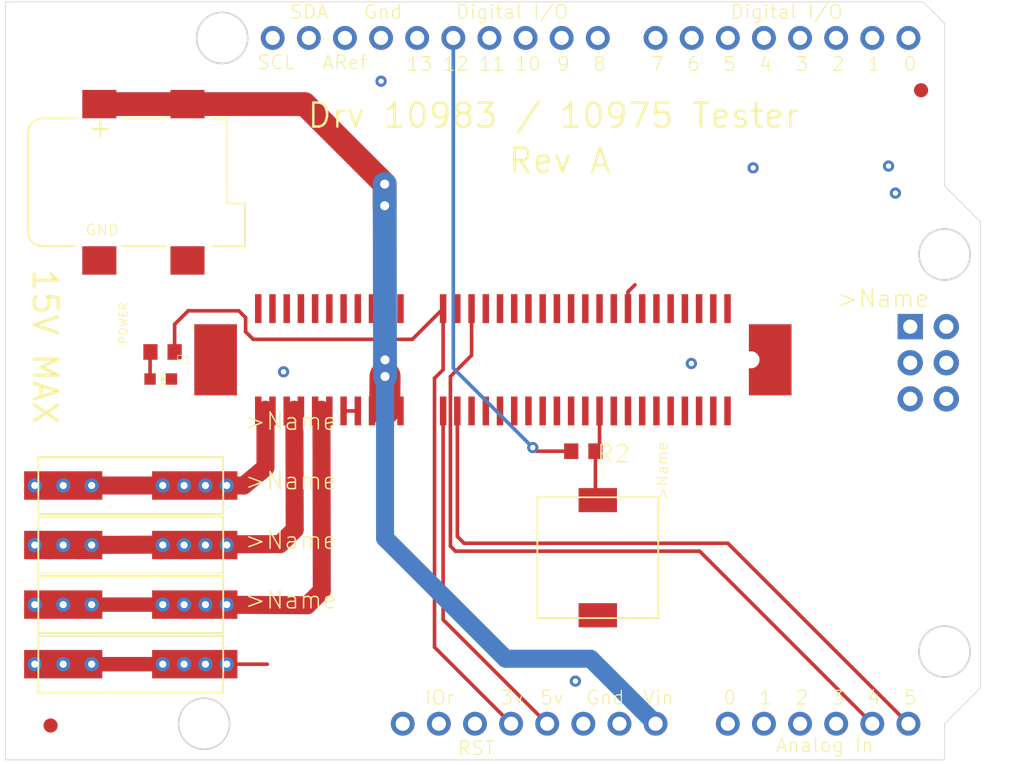
<source format=kicad_pcb>
(kicad_pcb (version 20171130) (host pcbnew "(5.1.10)-1")

  (general
    (thickness 1.6)
    (drawings 3)
    (tracks 84)
    (zones 0)
    (modules 13)
    (nets 19)
  )

  (page A4)
  (layers
    (0 Top signal)
    (31 Bottom signal)
    (32 B.Adhes user)
    (33 F.Adhes user)
    (34 B.Paste user)
    (35 F.Paste user)
    (36 B.SilkS user)
    (37 F.SilkS user)
    (38 B.Mask user)
    (39 F.Mask user)
    (40 Dwgs.User user)
    (41 Cmts.User user)
    (42 Eco1.User user)
    (43 Eco2.User user)
    (44 Edge.Cuts user)
    (45 Margin user)
    (46 B.CrtYd user)
    (47 F.CrtYd user)
    (48 B.Fab user)
    (49 F.Fab user)
  )

  (setup
    (last_trace_width 0.25)
    (trace_clearance 0.2)
    (zone_clearance 0.508)
    (zone_45_only no)
    (trace_min 0.2)
    (via_size 0.8)
    (via_drill 0.4)
    (via_min_size 0.4)
    (via_min_drill 0.3)
    (uvia_size 0.3)
    (uvia_drill 0.1)
    (uvias_allowed no)
    (uvia_min_size 0.2)
    (uvia_min_drill 0.1)
    (edge_width 0.05)
    (segment_width 0.2)
    (pcb_text_width 0.3)
    (pcb_text_size 1.5 1.5)
    (mod_edge_width 0.12)
    (mod_text_size 1 1)
    (mod_text_width 0.15)
    (pad_size 1.524 1.524)
    (pad_drill 0.762)
    (pad_to_mask_clearance 0)
    (aux_axis_origin 0 0)
    (visible_elements FFFFFF7F)
    (pcbplotparams
      (layerselection 0x010fc_ffffffff)
      (usegerberextensions false)
      (usegerberattributes true)
      (usegerberadvancedattributes true)
      (creategerberjobfile true)
      (excludeedgelayer true)
      (linewidth 0.100000)
      (plotframeref false)
      (viasonmask false)
      (mode 1)
      (useauxorigin false)
      (hpglpennumber 1)
      (hpglpenspeed 20)
      (hpglpendiameter 15.000000)
      (psnegative false)
      (psa4output false)
      (plotreference true)
      (plotvalue true)
      (plotinvisibletext false)
      (padsonsilk false)
      (subtractmaskfromsilk false)
      (outputformat 1)
      (mirror false)
      (drillshape 1)
      (scaleselection 1)
      (outputdirectory ""))
  )

  (net 0 "")
  (net 1 GND)
  (net 2 5V)
  (net 3 3V)
  (net 4 SDA)
  (net 5 SCL)
  (net 6 U)
  (net 7 V)
  (net 8 W)
  (net 9 B1)
  (net 10 B2)
  (net 11 B3)
  (net 12 B4)
  (net 13 B5)
  (net 14 VCC)
  (net 15 N$1)
  (net 16 O)
  (net 17 ENBL)
  (net 18 N$2)

  (net_class Default "This is the default net class."
    (clearance 0.2)
    (trace_width 0.25)
    (via_dia 0.8)
    (via_drill 0.4)
    (uvia_dia 0.3)
    (uvia_drill 0.1)
    (add_net 3V)
    (add_net 5V)
    (add_net B1)
    (add_net B2)
    (add_net B3)
    (add_net B4)
    (add_net B5)
    (add_net ENBL)
    (add_net GND)
    (add_net N$1)
    (add_net N$2)
    (add_net O)
    (add_net SCL)
    (add_net SDA)
    (add_net U)
    (add_net V)
    (add_net VCC)
    (add_net W)
  )

  (module "Drv 10983 Tester Rev A:10076266-100CLF" (layer Top) (tedit 0) (tstamp 60D369AB)
    (at 131.9911 99.9236)
    (fp_text reference U$1 (at 40.64 0) (layer F.SilkS) hide
      (effects (font (size 1.2065 1.2065) (thickness 0.09652)))
    )
    (fp_text value 10061913-101CLF (at 40.64 2.54) (layer F.SilkS) hide
      (effects (font (size 1.2065 1.2065) (thickness 0.09652)))
    )
    (fp_text user >Value (at 40.64 2.54) (layer F.Fab)
      (effects (font (size 1.2065 1.2065) (thickness 0.1016)) (justify left bottom))
    )
    (fp_text user >Name (at 40.64 0) (layer F.SilkS)
      (effects (font (size 1.2065 1.2065) (thickness 0.1016)) (justify left bottom))
    )
    (pad P$64 smd rect (at 33 7.2 90) (size 2.032 0.4572) (layers Top F.Paste F.Mask)
      (solder_mask_margin 0.1016))
    (pad P$63 smd rect (at 32 7.2 90) (size 2.032 0.4572) (layers Top F.Paste F.Mask)
      (solder_mask_margin 0.1016))
    (pad P$62 smd rect (at 31 7.2 90) (size 2.032 0.4572) (layers Top F.Paste F.Mask)
      (solder_mask_margin 0.1016))
    (pad P$61 smd rect (at 30 7.2 90) (size 2.032 0.4572) (layers Top F.Paste F.Mask)
      (solder_mask_margin 0.1016))
    (pad P$60 smd rect (at 29 7.2 90) (size 2.032 0.4572) (layers Top F.Paste F.Mask)
      (net 1 GND) (solder_mask_margin 0.1016))
    (pad P$59 smd rect (at 28 7.2 90) (size 2.032 0.4572) (layers Top F.Paste F.Mask)
      (solder_mask_margin 0.1016))
    (pad P$58 smd rect (at 27 7.2 90) (size 2.032 0.4572) (layers Top F.Paste F.Mask)
      (solder_mask_margin 0.1016))
    (pad P$57 smd rect (at 26 7.2 90) (size 2.032 0.4572) (layers Top F.Paste F.Mask)
      (solder_mask_margin 0.1016))
    (pad P$56 smd rect (at 25 7.2 90) (size 2.032 0.4572) (layers Top F.Paste F.Mask)
      (solder_mask_margin 0.1016))
    (pad P$55 smd rect (at 24 7.2 90) (size 2.032 0.4572) (layers Top F.Paste F.Mask)
      (net 17 ENBL) (solder_mask_margin 0.1016))
    (pad P$54 smd rect (at 23 7.2 90) (size 2.032 0.4572) (layers Top F.Paste F.Mask)
      (solder_mask_margin 0.1016))
    (pad P$53 smd rect (at 22 7.2 90) (size 2.032 0.4572) (layers Top F.Paste F.Mask)
      (net 1 GND) (solder_mask_margin 0.1016))
    (pad P$52 smd rect (at 21 7.2 90) (size 2.032 0.4572) (layers Top F.Paste F.Mask)
      (solder_mask_margin 0.1016))
    (pad P$51 smd rect (at 20 7.2 90) (size 2.032 0.4572) (layers Top F.Paste F.Mask)
      (solder_mask_margin 0.1016))
    (pad P$50 smd rect (at 19 7.2 90) (size 2.032 0.4572) (layers Top F.Paste F.Mask)
      (solder_mask_margin 0.1016))
    (pad P$49 smd rect (at 18 7.2 90) (size 2.032 0.4572) (layers Top F.Paste F.Mask)
      (net 1 GND) (solder_mask_margin 0.1016))
    (pad P$48 smd rect (at 17 7.2 90) (size 2.032 0.4572) (layers Top F.Paste F.Mask)
      (solder_mask_margin 0.1016))
    (pad P$47 smd rect (at 16 7.2 90) (size 2.032 0.4572) (layers Top F.Paste F.Mask)
      (solder_mask_margin 0.1016))
    (pad P$46 smd rect (at 15 7.2 90) (size 2.032 0.4572) (layers Top F.Paste F.Mask)
      (solder_mask_margin 0.1016))
    (pad P$45 smd rect (at 14 7.2 90) (size 2.032 0.4572) (layers Top F.Paste F.Mask)
      (net 5 SCL) (solder_mask_margin 0.1016))
    (pad P$44 smd rect (at 13 7.2 90) (size 2.032 0.4572) (layers Top F.Paste F.Mask)
      (net 2 5V) (solder_mask_margin 0.1016))
    (pad P$43 smd rect (at 10 7.2 90) (size 2.032 0.4572) (layers Top F.Paste F.Mask)
      (net 14 VCC) (solder_mask_margin 0.1016))
    (pad P$42 smd rect (at 9 7.2 90) (size 2.032 0.4572) (layers Top F.Paste F.Mask)
      (net 14 VCC) (solder_mask_margin 0.1016))
    (pad P$41 smd rect (at 8 7.2 90) (size 2.032 0.4572) (layers Top F.Paste F.Mask)
      (net 14 VCC) (solder_mask_margin 0.1016))
    (pad P$40 smd rect (at 7 7.2 90) (size 2.032 0.4572) (layers Top F.Paste F.Mask)
      (net 16 O) (solder_mask_margin 0.1016))
    (pad P$39 smd rect (at 6 7.2 90) (size 2.032 0.4572) (layers Top F.Paste F.Mask)
      (net 16 O) (solder_mask_margin 0.1016))
    (pad P$38 smd rect (at 5 7.2 90) (size 2.032 0.4572) (layers Top F.Paste F.Mask)
      (net 8 W) (solder_mask_margin 0.1016))
    (pad P$37 smd rect (at 4 7.2 90) (size 2.032 0.4572) (layers Top F.Paste F.Mask)
      (net 8 W) (solder_mask_margin 0.1016))
    (pad P$36 smd rect (at 3 7.2 90) (size 2.032 0.4572) (layers Top F.Paste F.Mask)
      (net 7 V) (solder_mask_margin 0.1016))
    (pad P$35 smd rect (at 2 7.2 90) (size 2.032 0.4572) (layers Top F.Paste F.Mask)
      (net 7 V) (solder_mask_margin 0.1016))
    (pad P$34 smd rect (at 1 7.2 90) (size 2.032 0.4572) (layers Top F.Paste F.Mask)
      (net 6 U) (solder_mask_margin 0.1016))
    (pad P$33 smd rect (at 0 7.2 90) (size 2.032 0.4572) (layers Top F.Paste F.Mask)
      (net 6 U) (solder_mask_margin 0.1016))
    (pad P$32 smd rect (at 33 0 90) (size 2.032 0.4572) (layers Top F.Paste F.Mask)
      (solder_mask_margin 0.1016))
    (pad "" np_thru_hole circle (at 34.65 3.6) (size 1.2 1.2) (drill 1.2) (layers *.Cu *.Mask))
    (pad "" np_thru_hole circle (at 11.5 3.6) (size 1.2 1.2) (drill 1.2) (layers *.Cu *.Mask))
    (pad SOLDER-NAIL@2 smd rect (at 36 3.6) (size 3 5) (layers Top F.Paste F.Mask)
      (solder_mask_margin 0.1016))
    (pad SOLDER-NAIL@1 smd rect (at -3 3.6) (size 3 5) (layers Top F.Paste F.Mask)
      (solder_mask_margin 0.1016))
    (pad P$31 smd rect (at 32 0 90) (size 2.032 0.4572) (layers Top F.Paste F.Mask)
      (solder_mask_margin 0.1016))
    (pad P$30 smd rect (at 31 0 90) (size 2.032 0.4572) (layers Top F.Paste F.Mask)
      (solder_mask_margin 0.1016))
    (pad P$29 smd rect (at 30 0 90) (size 2.032 0.4572) (layers Top F.Paste F.Mask)
      (solder_mask_margin 0.1016))
    (pad P$28 smd rect (at 29 0 90) (size 2.032 0.4572) (layers Top F.Paste F.Mask)
      (solder_mask_margin 0.1016))
    (pad P$27 smd rect (at 28 0 90) (size 2.032 0.4572) (layers Top F.Paste F.Mask)
      (solder_mask_margin 0.1016))
    (pad P$26 smd rect (at 27 0 90) (size 2.032 0.4572) (layers Top F.Paste F.Mask)
      (solder_mask_margin 0.1016))
    (pad P$25 smd rect (at 26 0 90) (size 2.032 0.4572) (layers Top F.Paste F.Mask)
      (net 1 GND) (solder_mask_margin 0.1016))
    (pad P$24 smd rect (at 25 0 90) (size 2.032 0.4572) (layers Top F.Paste F.Mask)
      (solder_mask_margin 0.1016))
    (pad P$23 smd rect (at 24 0 90) (size 2.032 0.4572) (layers Top F.Paste F.Mask)
      (solder_mask_margin 0.1016))
    (pad P$22 smd rect (at 23 0 90) (size 2.032 0.4572) (layers Top F.Paste F.Mask)
      (solder_mask_margin 0.1016))
    (pad P$21 smd rect (at 22 0 90) (size 2.032 0.4572) (layers Top F.Paste F.Mask)
      (solder_mask_margin 0.1016))
    (pad P$20 smd rect (at 21 0 90) (size 2.032 0.4572) (layers Top F.Paste F.Mask)
      (solder_mask_margin 0.1016))
    (pad P$19 smd rect (at 20 0 90) (size 2.032 0.4572) (layers Top F.Paste F.Mask)
      (solder_mask_margin 0.1016))
    (pad P$18 smd rect (at 19 0 90) (size 2.032 0.4572) (layers Top F.Paste F.Mask)
      (solder_mask_margin 0.1016))
    (pad P$17 smd rect (at 18 0 90) (size 2.032 0.4572) (layers Top F.Paste F.Mask)
      (solder_mask_margin 0.1016))
    (pad P$16 smd rect (at 17 0 90) (size 2.032 0.4572) (layers Top F.Paste F.Mask)
      (solder_mask_margin 0.1016))
    (pad P$15 smd rect (at 16 0 90) (size 2.032 0.4572) (layers Top F.Paste F.Mask)
      (solder_mask_margin 0.1016))
    (pad P$14 smd rect (at 15 0 90) (size 2.032 0.4572) (layers Top F.Paste F.Mask)
      (net 4 SDA) (solder_mask_margin 0.1016))
    (pad P$13 smd rect (at 14 0 90) (size 2.032 0.4572) (layers Top F.Paste F.Mask)
      (net 1 GND) (solder_mask_margin 0.1016))
    (pad P$12 smd rect (at 13 0 90) (size 2.032 0.4572) (layers Top F.Paste F.Mask)
      (net 3 3V) (solder_mask_margin 0.1016))
    (pad P$11 smd rect (at 10 0 90) (size 2.032 0.4572) (layers Top F.Paste F.Mask)
      (net 1 GND) (solder_mask_margin 0.1016))
    (pad P$10 smd rect (at 9 0 90) (size 2.032 0.4572) (layers Top F.Paste F.Mask)
      (net 1 GND) (solder_mask_margin 0.1016))
    (pad P$9 smd rect (at 8 0 90) (size 2.032 0.4572) (layers Top F.Paste F.Mask)
      (net 1 GND) (solder_mask_margin 0.1016))
    (pad P$8 smd rect (at 7 0 90) (size 2.032 0.4572) (layers Top F.Paste F.Mask)
      (solder_mask_margin 0.1016))
    (pad P$7 smd rect (at 6 0 90) (size 2.032 0.4572) (layers Top F.Paste F.Mask)
      (solder_mask_margin 0.1016))
    (pad P$6 smd rect (at 5 0 90) (size 2.032 0.4572) (layers Top F.Paste F.Mask)
      (solder_mask_margin 0.1016))
    (pad P$5 smd rect (at 4 0 90) (size 2.032 0.4572) (layers Top F.Paste F.Mask)
      (net 13 B5) (solder_mask_margin 0.1016))
    (pad P$4 smd rect (at 3 0 90) (size 2.032 0.4572) (layers Top F.Paste F.Mask)
      (net 12 B4) (solder_mask_margin 0.1016))
    (pad P$3 smd rect (at 2 0 90) (size 2.032 0.4572) (layers Top F.Paste F.Mask)
      (net 11 B3) (solder_mask_margin 0.1016))
    (pad P$2 smd rect (at 1 0 90) (size 2.032 0.4572) (layers Top F.Paste F.Mask)
      (net 10 B2) (solder_mask_margin 0.1016))
    (pad P$1 smd rect (at 0 0 90) (size 2.032 0.4572) (layers Top F.Paste F.Mask)
      (net 9 B1) (solder_mask_margin 0.1016))
  )

  (module "Drv 10983 Tester Rev A:104188-0110" (layer Top) (tedit 0) (tstamp 60D369F4)
    (at 118.2751 112.3696)
    (fp_text reference YELLOW (at 13.4874 0.5334) (layer F.SilkS) hide
      (effects (font (size 1.2065 1.2065) (thickness 0.14478)))
    )
    (fp_text value 104188-0110 (at 13.97 -1.27) (layer F.SilkS) hide
      (effects (font (size 1.2065 1.2065) (thickness 0.09652)))
    )
    (fp_line (start 0 0) (end 9.5 0) (layer Top) (width 1.016))
    (fp_line (start -1.75 -2) (end 11.25 -2) (layer F.SilkS) (width 0.127))
    (fp_line (start -1.75 2) (end -1.75 -2) (layer F.SilkS) (width 0.127))
    (fp_line (start 11.25 2) (end -1.75 2) (layer F.SilkS) (width 0.127))
    (fp_line (start 11.25 -2) (end 11.25 2) (layer F.SilkS) (width 0.127))
    (fp_text user >Value (at 13.97 -1.27) (layer F.Fab)
      (effects (font (size 1.2065 1.2065) (thickness 0.1016)) (justify left bottom))
    )
    (fp_text user >Name (at 12.7 -3.81) (layer F.SilkS)
      (effects (font (size 1.2065 1.2065) (thickness 0.1016)) (justify left bottom))
    )
    (pad 1@10 thru_hole circle (at 11.5 0) (size 1.008 1.008) (drill 0.5) (layers *.Cu *.Mask)
      (solder_mask_margin 0.1016) (zone_connect 2))
    (pad 1@9 thru_hole circle (at 10 0) (size 1.008 1.008) (drill 0.5) (layers *.Cu *.Mask)
      (solder_mask_margin 0.1016) (zone_connect 2))
    (pad 1@7 thru_hole circle (at 8.5 0) (size 1.008 1.008) (drill 0.5) (layers *.Cu *.Mask)
      (solder_mask_margin 0.1016) (zone_connect 2))
    (pad 1@6 thru_hole circle (at 7 0) (size 1.008 1.008) (drill 0.5) (layers *.Cu *.Mask)
      (solder_mask_margin 0.1016) (zone_connect 2))
    (pad 1@5 thru_hole circle (at 2 0) (size 1.008 1.008) (drill 0.5) (layers *.Cu *.Mask)
      (solder_mask_margin 0.1016) (zone_connect 2))
    (pad 1@4 thru_hole circle (at 0 0) (size 1.008 1.008) (drill 0.5) (layers *.Cu *.Mask)
      (solder_mask_margin 0.1016) (zone_connect 2))
    (pad 1@3 thru_hole circle (at -2 0) (size 1.008 1.008) (drill 0.5) (layers *.Cu *.Mask)
      (solder_mask_margin 0.1016) (zone_connect 2))
    (pad 1@2 smd rect (at 9.25 0) (size 6 2) (layers Top F.Paste F.Mask)
      (solder_mask_margin 0.1016))
    (pad 1@1 smd rect (at 0 0) (size 5.5 2) (layers Top F.Paste F.Mask)
      (net 6 U) (solder_mask_margin 0.1016))
  )

  (module "Drv 10983 Tester Rev A:104188-0110" (layer Top) (tedit 0) (tstamp 60D36A07)
    (at 118.2751 116.5606)
    (fp_text reference RED (at 13.5636 0.5842) (layer F.SilkS) hide
      (effects (font (size 1.2065 1.2065) (thickness 0.14478)))
    )
    (fp_text value 104188-0110 (at 13.97 -1.27) (layer F.SilkS) hide
      (effects (font (size 1.2065 1.2065) (thickness 0.09652)))
    )
    (fp_line (start 0 0) (end 9.5 0) (layer Top) (width 1.016))
    (fp_line (start -1.75 -2) (end 11.25 -2) (layer F.SilkS) (width 0.127))
    (fp_line (start -1.75 2) (end -1.75 -2) (layer F.SilkS) (width 0.127))
    (fp_line (start 11.25 2) (end -1.75 2) (layer F.SilkS) (width 0.127))
    (fp_line (start 11.25 -2) (end 11.25 2) (layer F.SilkS) (width 0.127))
    (fp_text user >Value (at 13.97 -1.27) (layer F.Fab)
      (effects (font (size 1.2065 1.2065) (thickness 0.1016)) (justify left bottom))
    )
    (fp_text user >Name (at 12.7 -3.81) (layer F.SilkS)
      (effects (font (size 1.2065 1.2065) (thickness 0.1016)) (justify left bottom))
    )
    (pad 1@10 thru_hole circle (at 11.5 0) (size 1.008 1.008) (drill 0.5) (layers *.Cu *.Mask)
      (solder_mask_margin 0.1016) (zone_connect 2))
    (pad 1@9 thru_hole circle (at 10 0) (size 1.008 1.008) (drill 0.5) (layers *.Cu *.Mask)
      (solder_mask_margin 0.1016) (zone_connect 2))
    (pad 1@7 thru_hole circle (at 8.5 0) (size 1.008 1.008) (drill 0.5) (layers *.Cu *.Mask)
      (solder_mask_margin 0.1016) (zone_connect 2))
    (pad 1@6 thru_hole circle (at 7 0) (size 1.008 1.008) (drill 0.5) (layers *.Cu *.Mask)
      (solder_mask_margin 0.1016) (zone_connect 2))
    (pad 1@5 thru_hole circle (at 2 0) (size 1.008 1.008) (drill 0.5) (layers *.Cu *.Mask)
      (solder_mask_margin 0.1016) (zone_connect 2))
    (pad 1@4 thru_hole circle (at 0 0) (size 1.008 1.008) (drill 0.5) (layers *.Cu *.Mask)
      (solder_mask_margin 0.1016) (zone_connect 2))
    (pad 1@3 thru_hole circle (at -2 0) (size 1.008 1.008) (drill 0.5) (layers *.Cu *.Mask)
      (solder_mask_margin 0.1016) (zone_connect 2))
    (pad 1@2 smd rect (at 9.25 0) (size 6 2) (layers Top F.Paste F.Mask)
      (solder_mask_margin 0.1016))
    (pad 1@1 smd rect (at 0 0) (size 5.5 2) (layers Top F.Paste F.Mask)
      (net 7 V) (solder_mask_margin 0.1016))
  )

  (module "Drv 10983 Tester Rev A:104188-0110" (layer Top) (tedit 0) (tstamp 60D36A1A)
    (at 118.2751 120.7516)
    (fp_text reference BLACK (at 13.589 0.635) (layer F.SilkS) hide
      (effects (font (size 1.2065 1.2065) (thickness 0.14478)))
    )
    (fp_text value 104188-0110 (at 13.97 -1.27) (layer F.SilkS) hide
      (effects (font (size 1.2065 1.2065) (thickness 0.09652)))
    )
    (fp_line (start 0 0) (end 9.5 0) (layer Top) (width 1.016))
    (fp_line (start -1.75 -2) (end 11.25 -2) (layer F.SilkS) (width 0.127))
    (fp_line (start -1.75 2) (end -1.75 -2) (layer F.SilkS) (width 0.127))
    (fp_line (start 11.25 2) (end -1.75 2) (layer F.SilkS) (width 0.127))
    (fp_line (start 11.25 -2) (end 11.25 2) (layer F.SilkS) (width 0.127))
    (fp_text user >Value (at 13.97 -1.27) (layer F.Fab)
      (effects (font (size 1.2065 1.2065) (thickness 0.1016)) (justify left bottom))
    )
    (fp_text user >Name (at 12.7 -3.81) (layer F.SilkS)
      (effects (font (size 1.2065 1.2065) (thickness 0.1016)) (justify left bottom))
    )
    (pad 1@10 thru_hole circle (at 11.5 0) (size 1.008 1.008) (drill 0.5) (layers *.Cu *.Mask)
      (solder_mask_margin 0.1016) (zone_connect 2))
    (pad 1@9 thru_hole circle (at 10 0) (size 1.008 1.008) (drill 0.5) (layers *.Cu *.Mask)
      (solder_mask_margin 0.1016) (zone_connect 2))
    (pad 1@7 thru_hole circle (at 8.5 0) (size 1.008 1.008) (drill 0.5) (layers *.Cu *.Mask)
      (solder_mask_margin 0.1016) (zone_connect 2))
    (pad 1@6 thru_hole circle (at 7 0) (size 1.008 1.008) (drill 0.5) (layers *.Cu *.Mask)
      (solder_mask_margin 0.1016) (zone_connect 2))
    (pad 1@5 thru_hole circle (at 2 0) (size 1.008 1.008) (drill 0.5) (layers *.Cu *.Mask)
      (solder_mask_margin 0.1016) (zone_connect 2))
    (pad 1@4 thru_hole circle (at 0 0) (size 1.008 1.008) (drill 0.5) (layers *.Cu *.Mask)
      (solder_mask_margin 0.1016) (zone_connect 2))
    (pad 1@3 thru_hole circle (at -2 0) (size 1.008 1.008) (drill 0.5) (layers *.Cu *.Mask)
      (solder_mask_margin 0.1016) (zone_connect 2))
    (pad 1@2 smd rect (at 9.25 0) (size 6 2) (layers Top F.Paste F.Mask)
      (solder_mask_margin 0.1016))
    (pad 1@1 smd rect (at 0 0) (size 5.5 2) (layers Top F.Paste F.Mask)
      (net 8 W) (solder_mask_margin 0.1016))
  )

  (module "Drv 10983 Tester Rev A:DCJACK_2MM_SMT" (layer Top) (tedit 0) (tstamp 60D36A2D)
    (at 120.8151 91.0336)
    (descr "2.0/2.1mm DC Jack - SMT\n<p>4UConnector: 03267</p>\n<p>Note: Small tRestrict polygon's were added to the ground pads to improve solderability when this part is used in combination with a ground pour.  By default, Eagle will product four large bridges to the ground pour significantly increasing the heat distribution on the pads and preventing lead-free solder from reflowing in certain situations.  For more details, see: http://www.microbuilder.eu/Blog/09-12-14/Reducing_Thermals_for_Large_Pads_in_Eagle.aspx</p>")
    (fp_text reference CN1 (at 0 0) (layer F.SilkS) hide
      (effects (font (size 1.27 1.27) (thickness 0.15)))
    )
    (fp_text value "" (at 0 0) (layer F.SilkS) hide
      (effects (font (size 1.27 1.27) (thickness 0.15)))
    )
    (fp_poly (pts (xy 6.4262 4.445) (xy 5.9436 4.445) (xy 5.9436 4.4196) (xy 6.4262 4.4196)) (layer Dwgs.User) (width 0))
    (fp_poly (pts (xy 4.9022 5.7404) (xy 4.9022 5.2578) (xy 4.9276 5.2578) (xy 4.9276 5.7404)) (layer Dwgs.User) (width 0))
    (fp_poly (pts (xy -0.254 4.4196) (xy 0.2286 4.4196) (xy 0.2286 4.445) (xy -0.254 4.445)) (layer Dwgs.User) (width 0))
    (fp_poly (pts (xy 1.27 5.7404) (xy 1.27 5.2578) (xy 1.2954 5.2578) (xy 1.2954 5.7404)) (layer Dwgs.User) (width 0))
    (fp_text user GND (at -1.016 3.81) (layer F.SilkS)
      (effects (font (size 0.77216 0.77216) (thickness 0.065024)) (justify left bottom))
    )
    (fp_text user + (at 0.762 -2.794 90) (layer F.SilkS)
      (effects (font (size 1.35128 1.35128) (thickness 0.170688)) (justify left bottom))
    )
    (fp_line (start 7.938 4.5) (end 10.254 4.5) (layer F.SilkS) (width 0.127))
    (fp_line (start 1.588 4.5) (end 4.666 4.5) (layer F.SilkS) (width 0.127))
    (fp_line (start -4 4.5) (end -1.684 4.5) (layer F.SilkS) (width 0.127))
    (fp_line (start 9 -4.5) (end 7.938 -4.5) (layer F.SilkS) (width 0.127))
    (fp_line (start 4.682 -4.5) (end 1.588 -4.5) (layer F.SilkS) (width 0.127))
    (fp_line (start -1.668 -4.5) (end -4 -4.5) (layer F.SilkS) (width 0.127))
    (fp_line (start 9 1.492) (end 9 -4.5) (layer F.SilkS) (width 0.127))
    (fp_line (start 10.254 1.492) (end 9 1.492) (layer F.SilkS) (width 0.127))
    (fp_line (start 10.254 4.5) (end 10.254 1.492) (layer F.SilkS) (width 0.127))
    (fp_arc (start -4 3.5) (end -5 3.5) (angle -90) (layer F.SilkS) (width 0.127))
    (fp_line (start -5 -3.5) (end -5 3.5) (layer F.SilkS) (width 0.127))
    (fp_arc (start -4 -3.5) (end -4 -4.5) (angle -90) (layer F.SilkS) (width 0.127))
    (fp_line (start 9 -4.5) (end -4 -4.5) (layer F.Fab) (width 0.127))
    (fp_line (start 9 1.492) (end 9 -4.5) (layer F.Fab) (width 0.127))
    (fp_line (start 10.254 1.492) (end 9 1.492) (layer F.Fab) (width 0.127))
    (fp_line (start 10.254 4.5) (end 10.254 1.492) (layer F.Fab) (width 0.127))
    (fp_line (start -4 4.5) (end 10.254 4.5) (layer F.Fab) (width 0.127))
    (fp_arc (start -4 3.5) (end -5 3.5) (angle -90) (layer F.Fab) (width 0.127))
    (fp_line (start -5 -3.5) (end -5 3.5) (layer F.Fab) (width 0.127))
    (fp_arc (start -4 -3.5) (end -4 -4.5) (angle -90) (layer F.Fab) (width 0.127))
    (pad "" np_thru_hole circle (at 4.5 0) (size 1.8 1.8) (drill 1.8) (layers *.Cu *.Mask))
    (pad "" np_thru_hole circle (at 0 0) (size 1.6 1.6) (drill 1.6) (layers *.Cu *.Mask))
    (pad GND smd rect (at 0 5.5) (size 2.4 2) (layers Top F.Paste F.Mask)
      (net 1 GND) (solder_mask_margin 0.1016))
    (pad GNDBREAK smd rect (at 6.2 5.5) (size 2.4 2) (layers Top F.Paste F.Mask)
      (net 1 GND) (solder_mask_margin 0.1016))
    (pad PWR2 smd rect (at 6.2 -5.5) (size 2.4 2) (layers Top F.Paste F.Mask)
      (solder_mask_margin 0.1016))
    (pad PWR1 smd rect (at 0 -5.5) (size 2.4 2) (layers Top F.Paste F.Mask)
      (net 14 VCC) (solder_mask_margin 0.1016))
  )

  (module "Drv 10983 Tester Rev A:R0603" (layer Top) (tedit 0) (tstamp 60D36A50)
    (at 125.2601 102.9716 180)
    (descr "<b>RESISTOR</b><p>\nchip")
    (fp_text reference R1 (at -0.889 -0.889) (layer F.SilkS)
      (effects (font (size 0.57912 0.57912) (thickness 0.046329)) (justify left bottom))
    )
    (fp_text value 460 (at -0.889 2.032) (layer F.Fab)
      (effects (font (size 0.57912 0.57912) (thickness 0.046329)) (justify left bottom))
    )
    (fp_poly (pts (xy -0.1999 0.4001) (xy 0.1999 0.4001) (xy 0.1999 -0.4001) (xy -0.1999 -0.4001)) (layer F.Adhes) (width 0))
    (fp_poly (pts (xy -0.8382 0.4318) (xy -0.4318 0.4318) (xy -0.4318 -0.4318) (xy -0.8382 -0.4318)) (layer F.Fab) (width 0))
    (fp_poly (pts (xy 0.4318 0.4318) (xy 0.8382 0.4318) (xy 0.8382 -0.4318) (xy 0.4318 -0.4318)) (layer F.Fab) (width 0))
    (fp_line (start -1.473 0.983) (end -1.473 -0.983) (layer Dwgs.User) (width 0.0508))
    (fp_line (start 1.473 0.983) (end -1.473 0.983) (layer Dwgs.User) (width 0.0508))
    (fp_line (start 1.473 -0.983) (end 1.473 0.983) (layer Dwgs.User) (width 0.0508))
    (fp_line (start -1.473 -0.983) (end 1.473 -0.983) (layer Dwgs.User) (width 0.0508))
    (fp_line (start 0.432 -0.356) (end -0.432 -0.356) (layer F.Fab) (width 0.1524))
    (fp_line (start -0.432 0.356) (end 0.432 0.356) (layer F.Fab) (width 0.1524))
    (pad 2 smd rect (at 0.85 0 180) (size 1 1.1) (layers Top F.Paste F.Mask)
      (net 15 N$1) (solder_mask_margin 0.1016))
    (pad 1 smd rect (at -0.85 0 180) (size 1 1.1) (layers Top F.Paste F.Mask)
      (net 3 3V) (solder_mask_margin 0.1016))
  )

  (module "Drv 10983 Tester Rev A:CHIP-LED0603" (layer Top) (tedit 0) (tstamp 60D36A5E)
    (at 125.1331 104.8766 270)
    (descr "<b>Hyper CHIPLED Hyper-Bright LED</b><p>\nLB Q993<br>\nSource: http://www.osram.convergy.de/ ... Lb_q993.pdf")
    (fp_text reference POWER (at -2.413 2.286 270) (layer F.SilkS)
      (effects (font (size 0.57912 0.57912) (thickness 0.057912)) (justify left bottom))
    )
    (fp_text value "" (at 1.905 0.635) (layer F.Fab)
      (effects (font (size 1.2065 1.2065) (thickness 0.09652)) (justify left bottom))
    )
    (fp_poly (pts (xy -0.15 0) (xy 0.15 0) (xy 0.15 -0.3) (xy -0.15 -0.3)) (layer F.SilkS) (width 0))
    (fp_poly (pts (xy 0.3 0) (xy 0.45 0) (xy 0.45 -0.3) (xy 0.3 -0.3)) (layer F.SilkS) (width 0))
    (fp_poly (pts (xy -0.45 0) (xy -0.3 0) (xy -0.3 -0.3) (xy -0.45 -0.3)) (layer F.SilkS) (width 0))
    (fp_poly (pts (xy -0.45 0.85) (xy 0.45 0.85) (xy 0.45 0.45) (xy -0.45 0.45)) (layer F.Fab) (width 0))
    (fp_poly (pts (xy -0.45 -0.45) (xy 0.45 -0.45) (xy 0.45 -0.85) (xy -0.45 -0.85)) (layer F.Fab) (width 0))
    (fp_line (start 0.4 -0.45) (end 0.4 0.45) (layer F.Fab) (width 0.1016))
    (fp_line (start -0.4 -0.45) (end -0.4 0.45) (layer F.Fab) (width 0.1016))
    (pad A smd rect (at 0 0.75 270) (size 0.8 0.8) (layers Top F.Paste F.Mask)
      (net 15 N$1) (solder_mask_margin 0.1016))
    (pad C smd rect (at 0 -0.75 270) (size 0.8 0.8) (layers Top F.Paste F.Mask)
      (net 1 GND) (solder_mask_margin 0.1016))
  )

  (module "Drv 10983 Tester Rev A:FIDUCIAL_1MM" (layer Top) (tedit 0) (tstamp 60D36A6A)
    (at 117.3861 129.2606)
    (fp_text reference U$2 (at 0 0) (layer F.SilkS) hide
      (effects (font (size 1.27 1.27) (thickness 0.15)))
    )
    (fp_text value FIDUCIAL (at 0 0) (layer F.SilkS) hide
      (effects (font (size 1.27 1.27) (thickness 0.15)))
    )
    (fp_poly (pts (xy -1 0) (xy -0.974928 0.222521) (xy -0.900969 0.433884) (xy -0.781831 0.62349)
      (xy -0.62349 0.781831) (xy -0.433884 0.900969) (xy 0 1) (xy 0.222521 0.974928)
      (xy 0.433884 0.900969) (xy 0.62349 0.781831) (xy 0.781831 0.62349) (xy 0.900969 0.433884)
      (xy 1 0) (xy 0.974928 -0.222521) (xy 0.900969 -0.433884) (xy 0.781831 -0.62349)
      (xy 0.62349 -0.781831) (xy 0.433884 -0.900969) (xy 0 -1) (xy -0.222521 -0.974928)
      (xy -0.433884 -0.900969) (xy -0.62349 -0.781831) (xy -0.781831 -0.62349) (xy -0.900969 -0.433884)) (layer Dwgs.User) (width 0))
    (fp_poly (pts (xy -1 0) (xy -0.974928 0.222521) (xy -0.900969 0.433884) (xy -0.781831 0.62349)
      (xy -0.62349 0.781831) (xy -0.433884 0.900969) (xy 0 1) (xy 0.222521 0.974928)
      (xy 0.433884 0.900969) (xy 0.62349 0.781831) (xy 0.781831 0.62349) (xy 0.900969 0.433884)
      (xy 1 0) (xy 0.974928 -0.222521) (xy 0.900969 -0.433884) (xy 0.781831 -0.62349)
      (xy 0.62349 -0.781831) (xy 0.433884 -0.900969) (xy 0 -1) (xy -0.222521 -0.974928)
      (xy -0.433884 -0.900969) (xy -0.62349 -0.781831) (xy -0.781831 -0.62349) (xy -0.900969 -0.433884)) (layer F.Mask) (width 0))
    (pad 1 smd roundrect (at 0 0) (size 1 1) (layers Top F.Mask) (roundrect_rratio 0.5)
      (solder_mask_margin 0.1016))
  )

  (module "Drv 10983 Tester Rev A:FIDUCIAL_1MM" (layer Top) (tedit 0) (tstamp 60D36A70)
    (at 178.6001 84.5566)
    (fp_text reference U$3 (at 0 0) (layer F.SilkS) hide
      (effects (font (size 1.27 1.27) (thickness 0.15)))
    )
    (fp_text value FIDUCIAL (at 0 0) (layer F.SilkS) hide
      (effects (font (size 1.27 1.27) (thickness 0.15)))
    )
    (fp_poly (pts (xy -1 0) (xy -0.974928 0.222521) (xy -0.900969 0.433884) (xy -0.781831 0.62349)
      (xy -0.62349 0.781831) (xy -0.433884 0.900969) (xy 0 1) (xy 0.222521 0.974928)
      (xy 0.433884 0.900969) (xy 0.62349 0.781831) (xy 0.781831 0.62349) (xy 0.900969 0.433884)
      (xy 1 0) (xy 0.974928 -0.222521) (xy 0.900969 -0.433884) (xy 0.781831 -0.62349)
      (xy 0.62349 -0.781831) (xy 0.433884 -0.900969) (xy 0 -1) (xy -0.222521 -0.974928)
      (xy -0.433884 -0.900969) (xy -0.62349 -0.781831) (xy -0.781831 -0.62349) (xy -0.900969 -0.433884)) (layer Dwgs.User) (width 0))
    (fp_poly (pts (xy -1 0) (xy -0.974928 0.222521) (xy -0.900969 0.433884) (xy -0.781831 0.62349)
      (xy -0.62349 0.781831) (xy -0.433884 0.900969) (xy 0 1) (xy 0.222521 0.974928)
      (xy 0.433884 0.900969) (xy 0.62349 0.781831) (xy 0.781831 0.62349) (xy 0.900969 0.433884)
      (xy 1 0) (xy 0.974928 -0.222521) (xy 0.900969 -0.433884) (xy 0.781831 -0.62349)
      (xy 0.62349 -0.781831) (xy 0.433884 -0.900969) (xy 0 -1) (xy -0.222521 -0.974928)
      (xy -0.433884 -0.900969) (xy -0.62349 -0.781831) (xy -0.781831 -0.62349) (xy -0.900969 -0.433884)) (layer F.Mask) (width 0))
    (pad 1 smd roundrect (at 0 0) (size 1 1) (layers Top F.Mask) (roundrect_rratio 0.5)
      (solder_mask_margin 0.1016))
  )

  (module "Drv 10983 Tester Rev A:ARDUINOR3_ICSP" (layer Top) (tedit 0) (tstamp 60D36A76)
    (at 114.2111 131.6736)
    (fp_text reference M2 (at 0 0) (layer F.SilkS) hide
      (effects (font (size 1.27 1.27) (thickness 0.15)))
    )
    (fp_text value ARDUINO_R3_ICSP (at 0 0) (layer F.SilkS) hide
      (effects (font (size 1.27 1.27) (thickness 0.15)))
    )
    (fp_text user IOr (at 29.4539 -3.81) (layer F.SilkS)
      (effects (font (size 0.9652 0.9652) (thickness 0.08128)) (justify left bottom))
    )
    (fp_text user SDA (at 19.939 -52.07) (layer F.SilkS)
      (effects (font (size 0.9652 0.9652) (thickness 0.08128)) (justify left bottom))
    )
    (fp_text user SCL (at 17.653 -48.514) (layer F.SilkS)
      (effects (font (size 0.9652 0.9652) (thickness 0.08128)) (justify left bottom))
    )
    (fp_text user "Digital I/O" (at 50.927 -52.07) (layer F.SilkS)
      (effects (font (size 0.9652 0.9652) (thickness 0.08128)) (justify left bottom))
    )
    (fp_text user "Digital I/O" (at 31.623 -52.07) (layer F.SilkS)
      (effects (font (size 0.9652 0.9652) (thickness 0.08128)) (justify left bottom))
    )
    (fp_text user 0 (at 64.135 -49.53) (layer F.SilkS)
      (effects (font (size 0.9652 0.9652) (thickness 0.08128)) (justify right top))
    )
    (fp_text user 1 (at 61.595 -49.53) (layer F.SilkS)
      (effects (font (size 0.9652 0.9652) (thickness 0.08128)) (justify right top))
    )
    (fp_text user 2 (at 59.055 -49.53) (layer F.SilkS)
      (effects (font (size 0.9652 0.9652) (thickness 0.08128)) (justify right top))
    )
    (fp_text user 3 (at 56.515 -49.53) (layer F.SilkS)
      (effects (font (size 0.9652 0.9652) (thickness 0.08128)) (justify right top))
    )
    (fp_text user 4 (at 53.975 -49.53) (layer F.SilkS)
      (effects (font (size 0.9652 0.9652) (thickness 0.08128)) (justify right top))
    )
    (fp_text user 5 (at 51.435 -49.53) (layer F.SilkS)
      (effects (font (size 0.9652 0.9652) (thickness 0.08128)) (justify right top))
    )
    (fp_text user 6 (at 48.895 -49.53) (layer F.SilkS)
      (effects (font (size 0.9652 0.9652) (thickness 0.08128)) (justify right top))
    )
    (fp_text user 7 (at 46.355 -49.53) (layer F.SilkS)
      (effects (font (size 0.9652 0.9652) (thickness 0.08128)) (justify right top))
    )
    (fp_text user 8 (at 42.291 -49.53) (layer F.SilkS)
      (effects (font (size 0.9652 0.9652) (thickness 0.08128)) (justify right top))
    )
    (fp_text user 9 (at 39.751 -49.53) (layer F.SilkS)
      (effects (font (size 0.9652 0.9652) (thickness 0.08128)) (justify right top))
    )
    (fp_text user 10 (at 37.719 -49.53) (layer F.SilkS)
      (effects (font (size 0.9652 0.9652) (thickness 0.08128)) (justify right top))
    )
    (fp_text user 11 (at 35.179 -49.53) (layer F.SilkS)
      (effects (font (size 0.9652 0.9652) (thickness 0.08128)) (justify right top))
    )
    (fp_text user 12 (at 32.639 -49.53) (layer F.SilkS)
      (effects (font (size 0.9652 0.9652) (thickness 0.08128)) (justify right top))
    )
    (fp_text user 13 (at 30.099 -49.53) (layer F.SilkS)
      (effects (font (size 0.9652 0.9652) (thickness 0.08128)) (justify right top))
    )
    (fp_text user Gnd (at 25.146 -52.07) (layer F.SilkS)
      (effects (font (size 0.9652 0.9652) (thickness 0.08128)) (justify left bottom))
    )
    (fp_text user ARef (at 22.225 -48.514) (layer F.SilkS)
      (effects (font (size 0.9652 0.9652) (thickness 0.08128)) (justify left bottom))
    )
    (fp_text user 5 (at 63.119 -3.81) (layer F.SilkS)
      (effects (font (size 0.9652 0.9652) (thickness 0.08128)) (justify left bottom))
    )
    (fp_text user 4 (at 60.579 -3.81) (layer F.SilkS)
      (effects (font (size 0.9652 0.9652) (thickness 0.08128)) (justify left bottom))
    )
    (fp_text user 3 (at 58.039 -3.81) (layer F.SilkS)
      (effects (font (size 0.9652 0.9652) (thickness 0.08128)) (justify left bottom))
    )
    (fp_text user 2 (at 55.499 -3.81) (layer F.SilkS)
      (effects (font (size 0.9652 0.9652) (thickness 0.08128)) (justify left bottom))
    )
    (fp_text user 1 (at 52.959 -3.81) (layer F.SilkS)
      (effects (font (size 0.9652 0.9652) (thickness 0.08128)) (justify left bottom))
    )
    (fp_text user 0 (at 50.419 -3.81) (layer F.SilkS)
      (effects (font (size 0.9652 0.9652) (thickness 0.08128)) (justify left bottom))
    )
    (fp_text user "Analog In" (at 54.1121 -0.4623) (layer F.SilkS)
      (effects (font (size 0.9652 0.9652) (thickness 0.08128)) (justify left bottom))
    )
    (fp_text user Vin (at 44.7853 -3.81) (layer F.SilkS)
      (effects (font (size 0.9652 0.9652) (thickness 0.08128)) (justify left bottom))
    )
    (fp_text user Gnd (at 40.7771 -3.81) (layer F.SilkS)
      (effects (font (size 0.9652 0.9652) (thickness 0.08128)) (justify left bottom))
    )
    (fp_text user 5v (at 37.5463 -3.81) (layer F.SilkS)
      (effects (font (size 0.9652 0.9652) (thickness 0.08128)) (justify left bottom))
    )
    (fp_text user 3v (at 34.7523 -3.81) (layer F.SilkS)
      (effects (font (size 0.9652 0.9652) (thickness 0.08128)) (justify left bottom))
    )
    (fp_text user RST (at 31.7399 -0.254) (layer F.SilkS)
      (effects (font (size 0.9652 0.9652) (thickness 0.08128)) (justify left bottom))
    )
    (fp_circle (center 66.04 -7.62) (end 67.836 -7.62) (layer Edge.Cuts) (width 0.127))
    (fp_circle (center 66.04 -35.56) (end 67.836 -35.56) (layer Edge.Cuts) (width 0.127))
    (fp_circle (center 13.97 -2.54) (end 15.766 -2.54) (layer Edge.Cuts) (width 0.127))
    (fp_circle (center 15.24 -50.8) (end 17.036 -50.8) (layer Edge.Cuts) (width 0.127))
    (fp_line (start 0 -53.34) (end 0 0) (layer Edge.Cuts) (width 0.05))
    (fp_line (start 64.516 -53.34) (end 0 -53.34) (layer Edge.Cuts) (width 0.05))
    (fp_line (start 66.04 -51.816) (end 64.516 -53.34) (layer Edge.Cuts) (width 0.05))
    (fp_line (start 66.04 -40.386) (end 66.04 -51.816) (layer Edge.Cuts) (width 0.05))
    (fp_line (start 68.58 -37.846) (end 66.04 -40.386) (layer Edge.Cuts) (width 0.05))
    (fp_line (start 68.58 -5.08) (end 68.58 -37.846) (layer Edge.Cuts) (width 0.05))
    (fp_line (start 66.04 -2.54) (end 68.58 -5.08) (layer Edge.Cuts) (width 0.05))
    (fp_line (start 66.04 0) (end 66.04 -2.54) (layer Edge.Cuts) (width 0.05))
    (fp_line (start 0 0) (end 66.04 0) (layer Edge.Cuts) (width 0.05))
    (pad RESET_ICSP thru_hole circle (at 63.627 -25.4) (size 1.778 1.778) (drill 1) (layers *.Cu *.Mask)
      (solder_mask_margin 0.1016))
    (pad GND@3 thru_hole circle (at 66.167 -25.4) (size 1.778 1.778) (drill 1) (layers *.Cu *.Mask)
      (net 1 GND) (solder_mask_margin 0.1016))
    (pad 5V_ICSP thru_hole circle (at 66.167 -30.48) (size 1.778 1.778) (drill 1) (layers *.Cu *.Mask)
      (solder_mask_margin 0.1016))
    (pad MISO thru_hole rect (at 63.627 -30.48) (size 1.778 1.778) (drill 1) (layers *.Cu *.Mask)
      (solder_mask_margin 0.1016))
    (pad SCK thru_hole circle (at 63.627 -27.94) (size 1.778 1.778) (drill 1) (layers *.Cu *.Mask)
      (solder_mask_margin 0.1016))
    (pad MOSI thru_hole circle (at 66.167 -27.94) (size 1.778 1.778) (drill 1) (layers *.Cu *.Mask)
      (solder_mask_margin 0.1016))
    (pad RESERVED thru_hole circle (at 27.94 -2.54) (size 1.6764 1.6764) (drill 1) (layers *.Cu *.Mask)
      (solder_mask_margin 0.1016))
    (pad IOREF thru_hole circle (at 30.48 -2.54) (size 1.6764 1.6764) (drill 1) (layers *.Cu *.Mask)
      (solder_mask_margin 0.1016))
    (pad SCL thru_hole circle (at 18.796 -50.8) (size 1.6764 1.6764) (drill 1) (layers *.Cu *.Mask)
      (solder_mask_margin 0.1016))
    (pad SDA thru_hole circle (at 21.336 -50.8) (size 1.6764 1.6764) (drill 1) (layers *.Cu *.Mask)
      (solder_mask_margin 0.1016))
    (pad RESET thru_hole circle (at 33.02 -2.54) (size 1.6764 1.6764) (drill 1) (layers *.Cu *.Mask)
      (solder_mask_margin 0.1016))
    (pad 3V thru_hole circle (at 35.56 -2.54) (size 1.6764 1.6764) (drill 1) (layers *.Cu *.Mask)
      (net 3 3V) (solder_mask_margin 0.1016))
    (pad 5V thru_hole circle (at 38.1 -2.54) (size 1.6764 1.6764) (drill 1) (layers *.Cu *.Mask)
      (net 2 5V) (solder_mask_margin 0.1016))
    (pad GND@2 thru_hole circle (at 40.64 -2.54) (size 1.6764 1.6764) (drill 1) (layers *.Cu *.Mask)
      (solder_mask_margin 0.1016))
    (pad GND@1 thru_hole circle (at 43.18 -2.54) (size 1.6764 1.6764) (drill 1) (layers *.Cu *.Mask)
      (net 1 GND) (solder_mask_margin 0.1016))
    (pad VIN thru_hole circle (at 45.72 -2.54) (size 1.6764 1.6764) (drill 1) (layers *.Cu *.Mask)
      (net 14 VCC) (solder_mask_margin 0.1016))
    (pad A5 thru_hole circle (at 63.5 -2.54) (size 1.6764 1.6764) (drill 1) (layers *.Cu *.Mask)
      (net 5 SCL) (solder_mask_margin 0.1016))
    (pad A4 thru_hole circle (at 60.96 -2.54) (size 1.6764 1.6764) (drill 1) (layers *.Cu *.Mask)
      (net 4 SDA) (solder_mask_margin 0.1016))
    (pad A3 thru_hole circle (at 58.42 -2.54) (size 1.6764 1.6764) (drill 1) (layers *.Cu *.Mask)
      (solder_mask_margin 0.1016))
    (pad A2 thru_hole circle (at 55.88 -2.54) (size 1.6764 1.6764) (drill 1) (layers *.Cu *.Mask)
      (solder_mask_margin 0.1016))
    (pad A1 thru_hole circle (at 53.34 -2.54) (size 1.6764 1.6764) (drill 1) (layers *.Cu *.Mask)
      (solder_mask_margin 0.1016))
    (pad AREF thru_hole circle (at 23.876 -50.8) (size 1.6764 1.6764) (drill 1) (layers *.Cu *.Mask)
      (solder_mask_margin 0.1016))
    (pad GND thru_hole circle (at 26.416 -50.8) (size 1.6764 1.6764) (drill 1) (layers *.Cu *.Mask)
      (net 1 GND) (solder_mask_margin 0.1016))
    (pad D13 thru_hole circle (at 28.956 -50.8) (size 1.6764 1.6764) (drill 1) (layers *.Cu *.Mask)
      (solder_mask_margin 0.1016))
    (pad D12 thru_hole circle (at 31.496 -50.8) (size 1.6764 1.6764) (drill 1) (layers *.Cu *.Mask)
      (net 18 N$2) (solder_mask_margin 0.1016))
    (pad D11 thru_hole circle (at 34.036 -50.8) (size 1.6764 1.6764) (drill 1) (layers *.Cu *.Mask)
      (solder_mask_margin 0.1016))
    (pad D10 thru_hole circle (at 36.576 -50.8) (size 1.6764 1.6764) (drill 1) (layers *.Cu *.Mask)
      (solder_mask_margin 0.1016))
    (pad D9 thru_hole circle (at 39.116 -50.8) (size 1.6764 1.6764) (drill 1) (layers *.Cu *.Mask)
      (solder_mask_margin 0.1016))
    (pad D8 thru_hole circle (at 41.656 -50.8) (size 1.6764 1.6764) (drill 1) (layers *.Cu *.Mask)
      (solder_mask_margin 0.1016))
    (pad D7 thru_hole circle (at 45.72 -50.8) (size 1.6764 1.6764) (drill 1) (layers *.Cu *.Mask)
      (solder_mask_margin 0.1016))
    (pad D6 thru_hole circle (at 48.26 -50.8) (size 1.6764 1.6764) (drill 1) (layers *.Cu *.Mask)
      (solder_mask_margin 0.1016))
    (pad D5 thru_hole circle (at 50.8 -50.8) (size 1.6764 1.6764) (drill 1) (layers *.Cu *.Mask)
      (solder_mask_margin 0.1016))
    (pad D0 thru_hole circle (at 63.5 -50.8) (size 1.6764 1.6764) (drill 1) (layers *.Cu *.Mask)
      (solder_mask_margin 0.1016))
    (pad D1 thru_hole circle (at 60.96 -50.8) (size 1.6764 1.6764) (drill 1) (layers *.Cu *.Mask)
      (solder_mask_margin 0.1016))
    (pad D2 thru_hole circle (at 58.42 -50.8) (size 1.6764 1.6764) (drill 1) (layers *.Cu *.Mask)
      (solder_mask_margin 0.1016))
    (pad D3 thru_hole circle (at 55.88 -50.8) (size 1.6764 1.6764) (drill 1) (layers *.Cu *.Mask)
      (solder_mask_margin 0.1016))
    (pad A0 thru_hole circle (at 50.8 -2.54) (size 1.6764 1.6764) (drill 1) (layers *.Cu *.Mask)
      (solder_mask_margin 0.1016))
    (pad D4 thru_hole circle (at 53.34 -50.8) (size 1.6764 1.6764) (drill 1) (layers *.Cu *.Mask)
      (solder_mask_margin 0.1016))
  )

  (module "Drv 10983 Tester Rev A:104188-0110" (layer Top) (tedit 0) (tstamp 60D36ACD)
    (at 118.2751 124.9426)
    (fp_text reference GND (at 13.5636 0.6858) (layer F.SilkS) hide
      (effects (font (size 1.2065 1.2065) (thickness 0.14478)))
    )
    (fp_text value 104188-0110 (at 13.97 -1.27) (layer F.SilkS) hide
      (effects (font (size 1.2065 1.2065) (thickness 0.09652)))
    )
    (fp_line (start 0 0) (end 9.5 0) (layer Top) (width 1.016))
    (fp_line (start -1.75 -2) (end 11.25 -2) (layer F.SilkS) (width 0.127))
    (fp_line (start -1.75 2) (end -1.75 -2) (layer F.SilkS) (width 0.127))
    (fp_line (start 11.25 2) (end -1.75 2) (layer F.SilkS) (width 0.127))
    (fp_line (start 11.25 -2) (end 11.25 2) (layer F.SilkS) (width 0.127))
    (fp_text user >Value (at 13.97 -1.27) (layer F.Fab)
      (effects (font (size 1.2065 1.2065) (thickness 0.1016)) (justify left bottom))
    )
    (fp_text user >Name (at 12.7 -3.81) (layer F.SilkS)
      (effects (font (size 1.2065 1.2065) (thickness 0.1016)) (justify left bottom))
    )
    (pad 1@10 thru_hole circle (at 11.5 0) (size 1.008 1.008) (drill 0.5) (layers *.Cu *.Mask)
      (solder_mask_margin 0.1016) (zone_connect 2))
    (pad 1@9 thru_hole circle (at 10 0) (size 1.008 1.008) (drill 0.5) (layers *.Cu *.Mask)
      (solder_mask_margin 0.1016) (zone_connect 2))
    (pad 1@7 thru_hole circle (at 8.5 0) (size 1.008 1.008) (drill 0.5) (layers *.Cu *.Mask)
      (solder_mask_margin 0.1016) (zone_connect 2))
    (pad 1@6 thru_hole circle (at 7 0) (size 1.008 1.008) (drill 0.5) (layers *.Cu *.Mask)
      (solder_mask_margin 0.1016) (zone_connect 2))
    (pad 1@5 thru_hole circle (at 2 0) (size 1.008 1.008) (drill 0.5) (layers *.Cu *.Mask)
      (solder_mask_margin 0.1016) (zone_connect 2))
    (pad 1@4 thru_hole circle (at 0 0) (size 1.008 1.008) (drill 0.5) (layers *.Cu *.Mask)
      (solder_mask_margin 0.1016) (zone_connect 2))
    (pad 1@3 thru_hole circle (at -2 0) (size 1.008 1.008) (drill 0.5) (layers *.Cu *.Mask)
      (solder_mask_margin 0.1016) (zone_connect 2))
    (pad 1@2 smd rect (at 9.25 0) (size 6 2) (layers Top F.Paste F.Mask)
      (solder_mask_margin 0.1016))
    (pad 1@1 smd rect (at 0 0) (size 5.5 2) (layers Top F.Paste F.Mask)
      (net 1 GND) (solder_mask_margin 0.1016))
  )

  (module "Drv 10983 Tester Rev A:BUTTON_SKSTAAE010" (layer Top) (tedit 0) (tstamp 60D36AE0)
    (at 155.8671 117.4496 270)
    (fp_text reference U$4 (at -4 -5 90) (layer F.SilkS) hide
      (effects (font (size 0.77216 0.77216) (thickness 0.061772)))
    )
    (fp_text value BUTTON_SKSTAAE010 (at 1 -5 90) (layer F.SilkS) hide
      (effects (font (size 0.77216 0.77216) (thickness 0.061772)))
    )
    (fp_text user >Value (at 1 -5 270) (layer F.Fab)
      (effects (font (size 0.77216 0.77216) (thickness 0.065024)) (justify left bottom))
    )
    (fp_text user >Name (at -4 -5 270) (layer F.SilkS)
      (effects (font (size 0.77216 0.77216) (thickness 0.065024)) (justify left bottom))
    )
    (fp_line (start 4.25 -4.25) (end -4.25 -4.25) (layer F.SilkS) (width 0.127))
    (fp_line (start 4.25 4.25) (end 4.25 -4.25) (layer F.SilkS) (width 0.127))
    (fp_line (start -4.25 4.25) (end 4.25 4.25) (layer F.SilkS) (width 0.127))
    (fp_line (start -4.25 -4.25) (end -4.25 4.25) (layer F.SilkS) (width 0.127))
    (pad P$2 smd rect (at 4.05 0 270) (size 1.7 2.7) (layers Top F.Paste F.Mask)
      (net 1 GND) (solder_mask_margin 0.1016))
    (pad P$1 smd rect (at -4.05 0 270) (size 1.7 2.7) (layers Top F.Paste F.Mask)
      (net 17 ENBL) (solder_mask_margin 0.1016))
  )

  (module "Drv 10983 Tester Rev A:R0603" (layer Top) (tedit 0) (tstamp 60D36AEB)
    (at 154.8511 109.9566 180)
    (descr "<b>RESISTOR</b><p>\nchip")
    (fp_text reference R2 (at -0.889 -0.889) (layer F.SilkS)
      (effects (font (size 1.2065 1.2065) (thickness 0.09652)) (justify left bottom))
    )
    (fp_text value 220 (at -0.889 2.032) (layer F.Fab)
      (effects (font (size 1.2065 1.2065) (thickness 0.09652)) (justify left bottom))
    )
    (fp_poly (pts (xy -0.1999 0.4001) (xy 0.1999 0.4001) (xy 0.1999 -0.4001) (xy -0.1999 -0.4001)) (layer F.Adhes) (width 0))
    (fp_poly (pts (xy -0.8382 0.4318) (xy -0.4318 0.4318) (xy -0.4318 -0.4318) (xy -0.8382 -0.4318)) (layer F.Fab) (width 0))
    (fp_poly (pts (xy 0.4318 0.4318) (xy 0.8382 0.4318) (xy 0.8382 -0.4318) (xy 0.4318 -0.4318)) (layer F.Fab) (width 0))
    (fp_line (start -1.473 0.983) (end -1.473 -0.983) (layer Dwgs.User) (width 0.0508))
    (fp_line (start 1.473 0.983) (end -1.473 0.983) (layer Dwgs.User) (width 0.0508))
    (fp_line (start 1.473 -0.983) (end 1.473 0.983) (layer Dwgs.User) (width 0.0508))
    (fp_line (start -1.473 -0.983) (end 1.473 -0.983) (layer Dwgs.User) (width 0.0508))
    (fp_line (start 0.432 -0.356) (end -0.432 -0.356) (layer F.Fab) (width 0.1524))
    (fp_line (start -0.432 0.356) (end 0.432 0.356) (layer F.Fab) (width 0.1524))
    (pad 2 smd rect (at 0.85 0 180) (size 1 1.1) (layers Top F.Paste F.Mask)
      (net 18 N$2) (solder_mask_margin 0.1016))
    (pad 1 smd rect (at -0.85 0 180) (size 1 1.1) (layers Top F.Paste F.Mask)
      (net 17 ENBL) (solder_mask_margin 0.1016))
  )

  (gr_text "Drv 10983 / 10975 Tester" (at 135.3439 87.3252) (layer F.SilkS) (tstamp 10B127B0)
    (effects (font (size 1.6891 1.6891) (thickness 0.1778)) (justify left bottom))
  )
  (gr_text "Rev A" (at 149.4917 90.5002) (layer F.SilkS) (tstamp 10B125D0)
    (effects (font (size 1.6891 1.6891) (thickness 0.1778)) (justify left bottom))
  )
  (gr_text "15V MAX" (at 116.0145 96.9772 270) (layer F.SilkS) (tstamp 10B11D10)
    (effects (font (size 1.6891 1.6891) (thickness 0.21336)) (justify left bottom))
  )

  (via (at 133.7691 104.3686) (size 0.7874) (drill 0.381) (layers Top Bottom) (net 1) (tstamp 106B48B0))
  (via (at 162.4457 103.7844) (size 0.7874) (drill 0.381) (layers Top Bottom) (net 1) (tstamp 106B2650))
  (via (at 176.3141 89.8906) (size 0.7874) (drill 0.381) (layers Top Bottom) (net 1) (tstamp 106B37D0))
  (via (at 176.7967 91.7956) (size 0.7874) (drill 0.381) (layers Top Bottom) (net 1) (tstamp 106B2F10))
  (via (at 166.7891 90.0176) (size 0.7874) (drill 0.381) (layers Top Bottom) (net 1) (tstamp 106B41D0))
  (via (at 154.2923 126.1364) (size 0.7874) (drill 0.381) (layers Top Bottom) (net 1) (tstamp 106B4270))
  (via (at 140.6271 83.9216) (size 0.7874) (drill 0.381) (layers Top Bottom) (net 1) (tstamp 106B67F0))
  (segment (start 157.9911 99.9236) (end 157.9911 98.7394) (width 0.254) (layer Top) (net 1) (tstamp 106B5990))
  (segment (start 157.9911 98.7394) (end 158.4833 98.2472) (width 0.254) (layer Top) (net 1) (tstamp 106B6E30))
  (segment (start 127.7751 124.9426) (end 132.6261 124.9426) (width 0.254) (layer Top) (net 0) (tstamp 106B5A30))
  (segment (start 152.3111 129.1336) (end 144.9911 121.8136) (width 0.254) (layer Top) (net 2) (tstamp 106B6570))
  (segment (start 144.9911 121.8136) (end 144.9911 107.1236) (width 0.254) (layer Top) (net 2) (tstamp 106B5B70))
  (segment (start 149.7711 129.1336) (end 144.3863 123.7488) (width 0.254) (layer Top) (net 3) (tstamp 106B5CB0))
  (segment (start 144.3863 123.7488) (end 144.3863 104.8258) (width 0.254) (layer Top) (net 3) (tstamp 106B7010))
  (segment (start 144.3863 104.8258) (end 144.9911 104.221) (width 0.254) (layer Top) (net 3) (tstamp 106B4DB0))
  (segment (start 144.9911 104.221) (end 144.9911 99.9236) (width 0.254) (layer Top) (net 3) (tstamp 106B62F0))
  (segment (start 144.9911 99.9236) (end 142.8321 102.0826) (width 0.254) (layer Top) (net 3) (tstamp 106B7330))
  (segment (start 142.8321 102.0826) (end 131.6355 102.0826) (width 0.254) (layer Top) (net 3) (tstamp 106B5DF0))
  (segment (start 131.6355 102.0826) (end 131.1021 101.5492) (width 0.254) (layer Top) (net 3) (tstamp 106B4F90))
  (segment (start 131.1021 101.5492) (end 131.1021 100.5586) (width 0.254) (layer Top) (net 3) (tstamp 106B5C10))
  (segment (start 131.1021 100.5586) (end 130.6195 100.076) (width 0.254) (layer Top) (net 3) (tstamp 106B5FD0))
  (segment (start 130.6195 100.076) (end 127.0635 100.076) (width 0.254) (layer Top) (net 3) (tstamp 106B55D0))
  (segment (start 127.0635 100.076) (end 126.1101 101.0294) (width 0.254) (layer Top) (net 3) (tstamp 106B57B0))
  (segment (start 126.1101 101.0294) (end 126.1101 102.9716) (width 0.254) (layer Top) (net 3) (tstamp 106B6070))
  (segment (start 163.0299 116.9924) (end 145.8595 116.9924) (width 0.254) (layer Top) (net 4) (tstamp 106B7290))
  (segment (start 145.8595 116.9924) (end 145.5039 116.6368) (width 0.254) (layer Top) (net 4) (tstamp 106B71F0))
  (segment (start 145.5039 116.6368) (end 145.5039 104.6988) (width 0.254) (layer Top) (net 4) (tstamp 106B5490))
  (segment (start 145.5039 104.6988) (end 146.9911 103.2116) (width 0.254) (layer Top) (net 4) (tstamp 106B6110))
  (segment (start 146.9911 103.2116) (end 146.9911 99.9236) (width 0.254) (layer Top) (net 4) (tstamp 106B5030))
  (segment (start 175.1711 129.1336) (end 163.0299 116.9924) (width 0.254) (layer Top) (net 4) (tstamp 106B6930))
  (segment (start 165.0111 116.4336) (end 146.4691 116.4336) (width 0.254) (layer Top) (net 5) (tstamp 106B4E50))
  (segment (start 146.4691 116.4336) (end 145.9911 115.9556) (width 0.254) (layer Top) (net 5) (tstamp 106B4EF0))
  (segment (start 145.9911 115.9556) (end 145.9911 107.1236) (width 0.254) (layer Top) (net 5) (tstamp 106B6750))
  (segment (start 177.7111 129.1336) (end 165.0111 116.4336) (width 0.254) (layer Top) (net 5) (tstamp 106B61B0))
  (segment (start 118.2751 112.3696) (end 130.9751 112.3696) (width 1.27) (layer Top) (net 6) (tstamp 106B6430))
  (segment (start 130.9751 112.3696) (end 132.4991 111.0996) (width 1.27) (layer Top) (net 6) (tstamp 106B5210))
  (segment (start 132.4991 111.0996) (end 132.4991 107.1626) (width 1.27) (layer Top) (net 6) (tstamp 106B52B0))
  (segment (start 132.4991 107.1626) (end 132.4991 107.0356) (width 1.27) (layer Top) (net 6) (tstamp 106B5350))
  (segment (start 131.9911 107.1236) (end 132.4991 107.1236) (width 0.254) (layer Top) (net 6) (tstamp 106B5710))
  (segment (start 132.9911 107.1236) (end 132.4991 107.1236) (width 0.254) (layer Top) (net 6) (tstamp 106B64D0))
  (segment (start 132.4991 107.1236) (end 132.4991 107.1626) (width 0.254) (layer Top) (net 6) (tstamp 106B6BB0))
  (segment (start 118.2751 116.5606) (end 133.521456 116.493713) (width 1.27) (layer Top) (net 7) (tstamp 106B7BF0))
  (segment (start 133.521456 116.493713) (end 134.5533 115.4742) (width 1.27) (layer Top) (net 7) (tstamp 106B76F0))
  (segment (start 134.5533 115.4742) (end 134.5311 107.0356) (width 1.27) (layer Top) (net 7) (tstamp 106B7B50))
  (segment (start 133.9911 107.1236) (end 134.9911 107.1236) (width 0.254) (layer Top) (net 7) (tstamp 106B7AB0))
  (segment (start 134.9911 107.1236) (end 134.5311 107.1236) (width 0.254) (layer Top) (net 7) (tstamp 106B7510))
  (segment (start 134.5311 107.1236) (end 134.5311 107.0356) (width 0.254) (layer Top) (net 7) (tstamp 106B75B0))
  (segment (start 127.7751 120.7516) (end 135.435784 120.794916) (width 1.27) (layer Top) (net 8) (tstamp 106B7970))
  (segment (start 135.435784 120.794916) (end 136.459209 119.777007) (width 1.27) (layer Top) (net 8) (tstamp 106B7A10))
  (segment (start 136.459209 119.777007) (end 136.4361 107.1236) (width 1.27) (layer Top) (net 8) (tstamp E5A7A20))
  (segment (start 136.4361 107.1236) (end 136.4361 107.0356) (width 1.27) (layer Top) (net 8) (tstamp E5A7700))
  (segment (start 135.9911 107.1236) (end 136.4361 107.1236) (width 0.254) (layer Top) (net 8) (tstamp E5A77A0))
  (segment (start 136.4361 107.1236) (end 136.9911 107.1236) (width 0.254) (layer Top) (net 8) (tstamp E5A61C0))
  (segment (start 120.8151 85.5336) (end 135.2541 85.5336) (width 1.6764) (layer Top) (net 14) (tstamp E5A7020))
  (segment (start 135.2541 85.5336) (end 140.8811 91.1606) (width 1.6764) (layer Top) (net 14) (tstamp E5A6800))
  (via (at 140.8811 91.1606) (size 1.0414) (drill 0.635) (layers Top Bottom) (net 14) (tstamp E5A5F40))
  (segment (start 140.8811 91.1606) (end 140.9065 104.6988) (width 1.6764) (layer Bottom) (net 14) (tstamp E5A7D40))
  (via (at 140.9065 104.6988) (size 1.0414) (drill 0.635) (layers Top Bottom) (net 14) (tstamp E5A5C20))
  (segment (start 140.9065 104.6988) (end 140.8811 107.0136) (width 2.1844) (layer Top) (net 14) (tstamp E5A72A0))
  (segment (start 140.8811 107.0136) (end 140.9911 107.1236) (width 1.6764) (layer Top) (net 14) (tstamp E5A7840))
  (via (at 140.8811 92.6846) (size 1.0414) (drill 0.635) (layers Top Bottom) (net 14) (tstamp E5A6B20))
  (via (at 140.9065 103.5304) (size 1.0414) (drill 0.635) (layers Top Bottom) (net 14) (tstamp E5A70C0))
  (segment (start 140.9065 104.6988) (end 140.9065 103.5304) (width 1.6764) (layer Top) (net 14) (tstamp E5A7160))
  (segment (start 140.8811 91.1606) (end 140.8811 92.6846) (width 1.6764) (layer Top) (net 14) (tstamp E5A5D60))
  (segment (start 140.8811 92.6846) (end 140.8811 92.9386) (width 1.6764) (layer Top) (net 14) (tstamp E5A5680))
  (segment (start 139.9911 107.1236) (end 140.9911 107.1236) (width 0.254) (layer Top) (net 14) (tstamp E5A5A40))
  (segment (start 140.9911 107.1236) (end 141.9911 107.1236) (width 0.254) (layer Top) (net 14) (tstamp E5A5AE0))
  (segment (start 140.9065 103.5304) (end 140.8811 103.124) (width 0.254) (layer Top) (net 14) (tstamp E5A5E00))
  (segment (start 159.9311 129.1336) (end 155.3591 124.5616) (width 1.27) (layer Bottom) (net 14) (tstamp E5A6260))
  (segment (start 155.3591 124.5616) (end 149.3901 124.5616) (width 1.27) (layer Bottom) (net 14) (tstamp E5A66C0))
  (segment (start 149.3901 124.5616) (end 140.9065 116.078) (width 1.27) (layer Bottom) (net 14) (tstamp E5A5FE0))
  (segment (start 140.9065 116.078) (end 140.9065 104.6988) (width 1.27) (layer Bottom) (net 14) (tstamp E5A6300))
  (segment (start 124.3831 104.8766) (end 124.3831 102.9986) (width 0.254) (layer Top) (net 15) (tstamp E5A6440))
  (segment (start 124.3831 102.9986) (end 124.4101 102.9716) (width 0.254) (layer Top) (net 15) (tstamp E5A6760))
  (segment (start 137.9911 107.1236) (end 138.9911 107.1236) (width 0.254) (layer Top) (net 16) (tstamp E5A6580))
  (segment (start 155.9911 107.1236) (end 155.9911 109.6666) (width 0.254) (layer Top) (net 17) (tstamp E5A69E0))
  (segment (start 155.9911 109.6666) (end 155.7011 109.9566) (width 0.254) (layer Top) (net 17) (tstamp E5A6A80))
  (segment (start 155.7011 109.9566) (end 155.7011 113.2336) (width 0.254) (layer Top) (net 17) (tstamp E5A73E0))
  (segment (start 155.7011 113.2336) (end 155.8671 113.3996) (width 0.254) (layer Top) (net 17) (tstamp E5A6EE0))
  (segment (start 154.0011 109.9566) (end 151.5491 109.9566) (width 0.254) (layer Top) (net 18) (tstamp E5A6DA0))
  (segment (start 151.5491 109.9566) (end 151.2951 109.7026) (width 0.254) (layer Top) (net 18) (tstamp E5A7480))
  (via (at 151.2951 109.7026) (size 0.7874) (drill 0.381) (layers Top Bottom) (net 18) (tstamp E5A7520))
  (segment (start 151.2951 109.7026) (end 145.7071 104.1146) (width 0.254) (layer Bottom) (net 18) (tstamp E5A75C0))
  (segment (start 145.7071 104.1146) (end 145.7071 80.8736) (width 0.254) (layer Bottom) (net 18) (tstamp E5A7660))

  (zone (net 1) (net_name GND) (layer Top) (tstamp 106B3910) (hatch edge 0.508)
    (priority 6)
    (connect_pads (clearance 0.000001))
    (min_thickness 0.127)
    (fill (arc_segments 32) (thermal_gap 0.304) (thermal_bridge_width 0.304))
    (polygon
      (pts
        (xy 184.569401 131.92737) (xy 113.95619 132.054831) (xy 114.339 78.333829) (xy 184.441798 78.206369)
      )
    )
  )
  (zone (net 1) (net_name GND) (layer Bottom) (tstamp 106B3FF0) (hatch edge 0.508)
    (priority 6)
    (connect_pads (clearance 0.000001))
    (min_thickness 0.127)
    (fill (arc_segments 32) (thermal_gap 0.304) (thermal_bridge_width 0.304))
    (polygon
      (pts
        (xy 185.840615 131.927372) (xy 113.957402 132.054825) (xy 113.829799 78.333827) (xy 185.202598 78.206376)
      )
    )
  )
)

</source>
